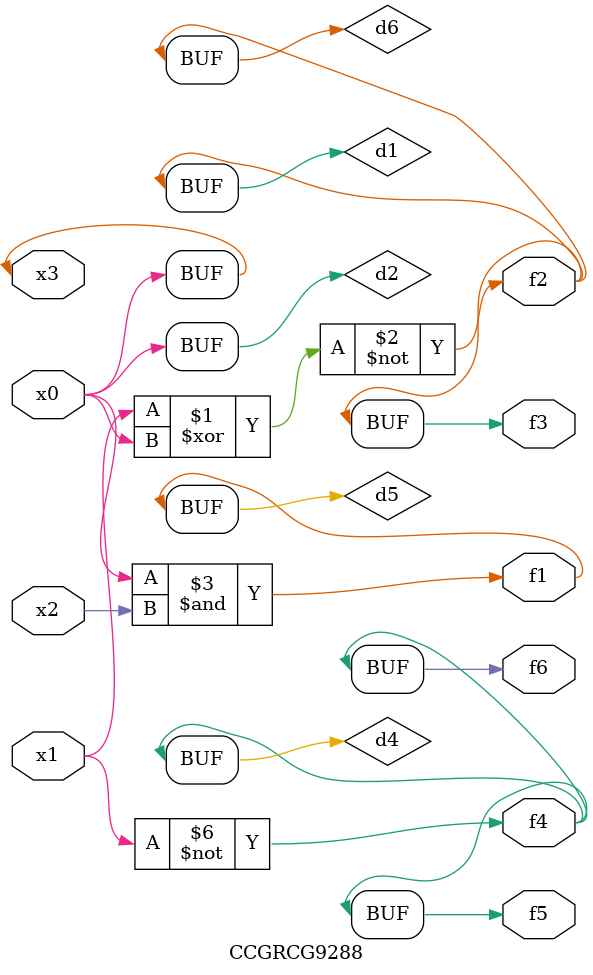
<source format=v>
module CCGRCG9288(
	input x0, x1, x2, x3,
	output f1, f2, f3, f4, f5, f6
);

	wire d1, d2, d3, d4, d5, d6;

	xnor (d1, x1, x3);
	buf (d2, x0, x3);
	nand (d3, x0, x2);
	not (d4, x1);
	nand (d5, d3);
	or (d6, d1);
	assign f1 = d5;
	assign f2 = d6;
	assign f3 = d6;
	assign f4 = d4;
	assign f5 = d4;
	assign f6 = d4;
endmodule

</source>
